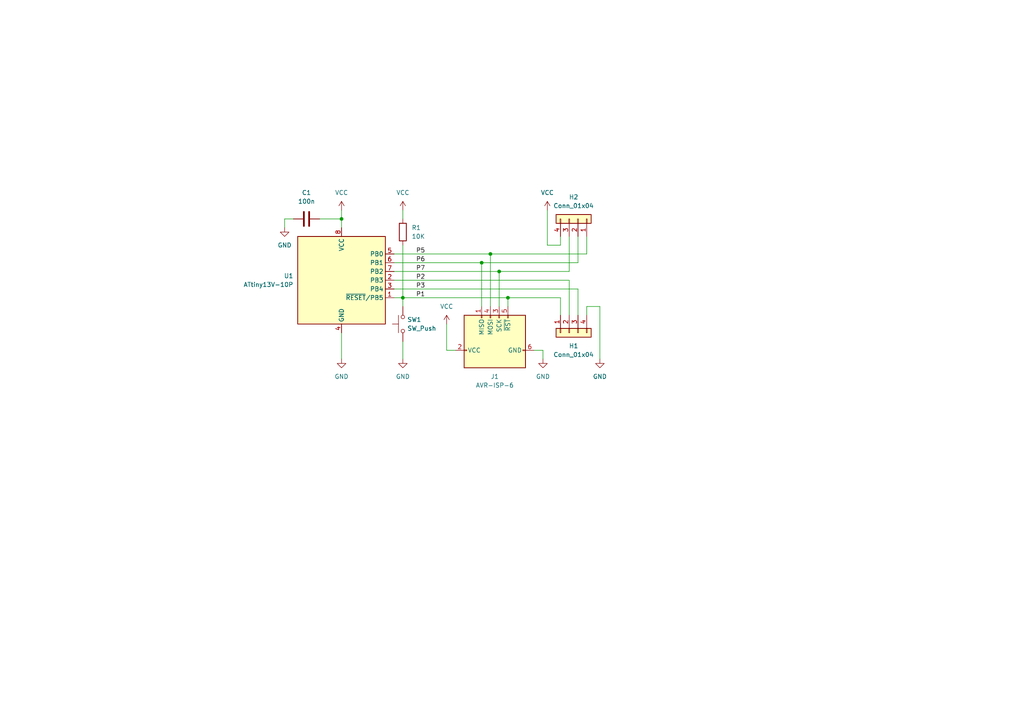
<source format=kicad_sch>
(kicad_sch (version 20211123) (generator eeschema)
  (paper "A4")
  (title_block (title "ATTiny QuickDev adapter") (date "2024-10-12") (rev "0.2") (company "Yavook!de"))
  (lib_symbols
    (symbol "Connector:AVR-ISP-6" (pin_names (offset 1.016))
      (property "Reference" "J" (at -6.35 11.43 0))
      (property "Value" "AVR-ISP-6" (at 0 11.43 0))
      (symbol "AVR-ISP-6_0_1"
        (rectangle (start -2.667 -6.858) (end -2.413 -7.62))
        (rectangle (start -2.667 10.16) (end -2.413 9.398))
        (rectangle (start 7.62 -2.413) (end 6.858 -2.667))
        (rectangle (start 7.62 0.127) (end 6.858 -0.127))
        (rectangle (start 7.62 2.667) (end 6.858 2.413))
        (rectangle (start 7.62 5.207) (end 6.858 4.953))
        (rectangle (start 7.62 10.16) (end -7.62 -7.62) (stroke (width 0.254)) (fill (type background)))
      )
      (symbol "AVR-ISP-6_1_1"
        (pin passive line (at 10.16 5.08 180) (length 2.54) (name "MISO") (number "1"))
        (pin passive line (at -2.54 12.7 270) (length 2.54) (name "VCC") (number "2"))
        (pin passive line (at 10.16 0 180) (length 2.54) (name "SCK") (number "3"))
        (pin passive line (at 10.16 2.54 180) (length 2.54) (name "MOSI") (number "4"))
        (pin passive line (at 10.16 -2.54 180) (length 2.54) (name "~{RST}") (number "5"))
        (pin passive line (at -2.54 -10.16 90) (length 2.54) (name "GND") (number "6"))
      )
    )
    (symbol "Connector_Generic:Conn_01x04" (pin_names (offset 1.016) hide)
      (property "Reference" "J" (at 0 5.08 0))
      (property "Value" "Conn_01x04" (at 0 -7.62 0))
      (symbol "Conn_01x04_1_1"
        (rectangle (start -1.27 -4.953) (end 0 -5.207) (stroke (width 0.1524)))
        (rectangle (start -1.27 -2.413) (end 0 -2.667) (stroke (width 0.1524)))
        (rectangle (start -1.27 0.127) (end 0 -0.127) (stroke (width 0.1524)))
        (rectangle (start -1.27 2.667) (end 0 2.413) (stroke (width 0.1524)))
        (rectangle (start -1.27 3.81) (end 1.27 -6.35) (stroke (width 0.254)) (fill (type background)))
        (pin passive line (at -5.08 2.54 0) (length 3.81) (name "Pin_1") (number "1"))
        (pin passive line (at -5.08 0 0) (length 3.81) (name "Pin_2") (number "2"))
        (pin passive line (at -5.08 -2.54 0) (length 3.81) (name "Pin_3") (number "3"))
        (pin passive line (at -5.08 -5.08 0) (length 3.81) (name "Pin_4") (number "4"))
      )
    )
    (symbol "Device:C" (pin_numbers hide) (pin_names (offset 0.254))
      (property "Reference" "C" (at 0.635 2.54 0))
      (property "Value" "C" (at 0.635 -2.54 0))
      (symbol "C_0_1"
        (polyline (pts (xy -2.032 -0.762) (xy 2.032 -0.762)) (stroke (width 0.508)))
        (polyline (pts (xy -2.032 0.762) (xy 2.032 0.762)) (stroke (width 0.508)))
      )
      (symbol "C_1_1"
        (pin passive line (at 0 3.81 270) (length 2.794) (name "~") (number "1"))
        (pin passive line (at 0 -3.81 90) (length 2.794) (name "~") (number "2"))
      )
    )
    (symbol "Device:R" (pin_numbers hide) (pin_names (offset 0))
      (property "Reference" "R" (at 2.032 0 90))
      (property "Value" "R" (at 0 0 90))
      (symbol "R_0_1"
        (rectangle (start -1.016 -2.54) (end 1.016 2.54) (stroke (width 0.254)))
      )
      (symbol "R_1_1"
        (pin passive line (at 0 3.81 270) (length 1.27) (name "~") (number "1"))
        (pin passive line (at 0 -3.81 90) (length 1.27) (name "~") (number "2"))
      )
    )
    (symbol "MCU_Microchip_ATtiny:ATtiny13V-10P"
      (property "Reference" "U" (at -12.7 13.97 0))
      (property "Value" "ATtiny13V-10P" (at 2.54 -13.97 0))
      (symbol "ATtiny13V-10P_0_1"
        (rectangle (start -12.7 -12.7) (end 12.7 12.7) (stroke (width 0.254)) (fill (type background)))
      )
      (symbol "ATtiny13V-10P_1_1"
        (pin bidirectional line (at 15.24 -5.08 180) (length 2.54) (name "~{RESET}/PB5") (number "1"))
        (pin bidirectional line (at 15.24 0 180) (length 2.54) (name "PB3") (number "2"))
        (pin bidirectional line (at 15.24 -2.54 180) (length 2.54) (name "PB4") (number "3"))
        (pin power_in line (at 0 -15.24 90) (length 2.54) (name "GND") (number "4"))
        (pin bidirectional line (at 15.24 7.62 180) (length 2.54) (name "PB0") (number "5"))
        (pin bidirectional line (at 15.24 5.08 180) (length 2.54) (name "PB1") (number "6"))
        (pin bidirectional line (at 15.24 2.54 180) (length 2.54) (name "PB2") (number "7"))
        (pin power_in line (at 0 15.24 270) (length 2.54) (name "VCC") (number "8"))
      )
    )
    (symbol "Switch:SW_Push" (pin_numbers hide) (pin_names (offset 1.016) hide)
      (property "Reference" "SW" (at 1.27 2.54 0))
      (property "Value" "SW_Push" (at 0 -1.524 0))
      (symbol "SW_Push_0_1"
        (circle (center -2.032 0) (radius 0.508))
        (polyline (pts (xy 0 1.27) (xy 0 3.048)))
        (polyline (pts (xy 2.54 1.27) (xy -2.54 1.27)))
        (circle (center 2.032 0) (radius 0.508))
        (pin passive line (at -5.08 0 0) (length 2.54) (name "1") (number "1"))
        (pin passive line (at 5.08 0 180) (length 2.54) (name "2") (number "2"))
      )
    )
    (symbol "power:GND" (power) (pin_names (offset 0))
      (property "Value" "GND" (at 0 -3.81 0))
      (symbol "GND_0_1"
        (polyline (pts (xy 0 0) (xy 0 -1.27) (xy 1.27 -1.27) (xy 0 -2.54) (xy -1.27 -1.27) (xy 0 -1.27)))
      )
      (symbol "GND_1_1"
        (pin power_in line (at 0 0 270) (length 0) hide (name "GND") (number "1"))
      )
    )
    (symbol "power:VCC" (power) (pin_names (offset 0))
      (property "Value" "VCC" (at 0 3.81 0))
      (symbol "VCC_0_1"
        (polyline (pts (xy -0.762 1.27) (xy 0 2.54)))
        (polyline (pts (xy 0 0) (xy 0 2.54)))
        (polyline (pts (xy 0 2.54) (xy 0.762 1.27)))
      )
      (symbol "VCC_1_1"
        (pin power_in line (at 0 0 90) (length 0) hide (name "VCC") (number "1"))
      )
    )
  )
  (junction (at 142.24 73.66))
  (junction (at 139.7 76.2))
  (junction (at 144.78 78.74))
  (junction (at 147.32 86.36))
  (junction (at 99.06 63.5))
  (junction (at 116.84 86.36))
  (wire (pts (xy 116.84 99.06) (xy 116.84 104.14)))
  (wire (pts (xy 170.18 88.9) (xy 173.99 88.9)))
  (wire (pts (xy 167.64 68.58) (xy 167.64 76.2)))
  (wire (pts (xy 142.24 73.66) (xy 142.24 88.9)))
  (wire (pts (xy 170.18 73.66) (xy 142.24 73.66)))
  (wire (pts (xy 92.71 63.5) (xy 99.06 63.5)))
  (wire (pts (xy 139.7 76.2) (xy 139.7 88.9)))
  (wire (pts (xy 162.56 68.58) (xy 162.56 71.12)))
  (wire (pts (xy 99.06 63.5) (xy 99.06 66.04)))
  (wire (pts (xy 114.3 81.28) (xy 165.1 81.28)))
  (wire (pts (xy 147.32 86.36) (xy 162.56 86.36)))
  (wire (pts (xy 116.84 60.96) (xy 116.84 63.5)))
  (wire (pts (xy 99.06 96.52) (xy 99.06 104.14)))
  (wire (pts (xy 114.3 78.74) (xy 144.78 78.74)))
  (wire (pts (xy 165.1 81.28) (xy 165.1 91.44)))
  (wire (pts (xy 165.1 78.74) (xy 144.78 78.74)))
  (wire (pts (xy 116.84 86.36) (xy 147.32 86.36)))
  (wire (pts (xy 82.55 63.5) (xy 82.55 66.04)))
  (wire (pts (xy 129.54 101.6) (xy 132.08 101.6)))
  (wire (pts (xy 114.3 73.66) (xy 142.24 73.66)))
  (wire (pts (xy 129.54 93.98) (xy 129.54 101.6)))
  (wire (pts (xy 173.99 88.9) (xy 173.99 104.14)))
  (wire (pts (xy 114.3 86.36) (xy 116.84 86.36)))
  (wire (pts (xy 85.09 63.5) (xy 82.55 63.5)))
  (wire (pts (xy 170.18 91.44) (xy 170.18 88.9)))
  (wire (pts (xy 170.18 68.58) (xy 170.18 73.66)))
  (wire (pts (xy 167.64 83.82) (xy 167.64 91.44)))
  (wire (pts (xy 147.32 88.9) (xy 147.32 86.36)))
  (wire (pts (xy 99.06 60.96) (xy 99.06 63.5)))
  (wire (pts (xy 165.1 68.58) (xy 165.1 78.74)))
  (wire (pts (xy 157.48 101.6) (xy 157.48 104.14)))
  (wire (pts (xy 114.3 76.2) (xy 139.7 76.2)))
  (wire (pts (xy 162.56 86.36) (xy 162.56 91.44)))
  (wire (pts (xy 114.3 83.82) (xy 167.64 83.82)))
  (wire (pts (xy 167.64 76.2) (xy 139.7 76.2)))
  (wire (pts (xy 162.56 71.12) (xy 158.75 71.12)))
  (wire (pts (xy 116.84 71.12) (xy 116.84 86.36)))
  (wire (pts (xy 116.84 86.36) (xy 116.84 88.9)))
  (wire (pts (xy 154.94 101.6) (xy 157.48 101.6)))
  (wire (pts (xy 158.75 71.12) (xy 158.75 60.96)))
  (wire (pts (xy 144.78 78.74) (xy 144.78 88.9)))
  (label "P1" (at 120.65 86.36 0))
  (label "P7" (at 120.65 78.74 0))
  (label "P3" (at 120.65 83.82 0))
  (label "P6" (at 120.65 76.2 0))
  (label "P2" (at 120.65 81.28 0))
  (label "P5" (at 120.65 73.66 0))
  (symbol (lib_id "Switch:SW_Push") (at 116.84 93.98 90) (mirror x) (unit 1)
    (property "Reference" "SW1" (at 118.11 92.7099 90) (effects (justify right)))
    (property "Value" "SW_Push" (at 118.11 95.2499 90) (effects (justify right)))
    (property "Footprint" "Button_Switch_THT:SW_PUSH_6mm" (effects hide))
  )
  (symbol (lib_id "power:GND") (at 173.99 104.14 0) (unit 1)
    (property "Reference" "#PWR0103" (effects hide))
    (property "Value" "GND" (at 173.99 109.22 0))
  )
  (symbol (lib_id "power:VCC") (at 158.75 60.96 0) (unit 1)
    (property "Reference" "#PWR0102" (effects hide))
    (property "Value" "VCC" (at 158.75 55.88 0))
  )
  (symbol (lib_id "power:VCC") (at 129.54 93.98 0) (unit 1)
    (property "Reference" "#PWR0101" (effects hide))
    (property "Value" "VCC" (at 129.54 88.9 0))
  )
  (symbol (lib_id "power:VCC") (at 116.84 60.96 0) (unit 1)
    (property "Reference" "#PWR04" (effects hide))
    (property "Value" "VCC" (at 116.84 55.88 0))
  )
  (symbol (lib_id "Device:R") (at 116.84 67.31 180) (unit 1)
    (property "Reference" "R1" (at 119.38 66.0399 0) (effects (justify right)))
    (property "Value" "10K" (at 119.38 68.5799 0) (effects (justify right)))
    (property "Footprint" "Resistor_THT:R_Axial_DIN0207_L6.3mm_D2.5mm_P2.54mm_Vertical" (effects hide))
  )
  (symbol (lib_id "power:GND") (at 99.06 104.14 0) (unit 1)
    (property "Reference" "#PWR03" (effects hide))
    (property "Value" "GND" (at 99.06 109.22 0))
  )
  (symbol (lib_id "Connector_Generic:Conn_01x04") (at 165.1 96.52 90) (mirror x) (unit 1)
    (property "Reference" "H1" (at 166.37 100.33 90))
    (property "Value" "Conn_01x04" (at 166.37 102.87 90))
    (property "Footprint" "Connector_PinHeader_2.54mm:PinHeader_1x04_P2.54mm_Vertical" (effects hide))
  )
  (symbol (lib_id "Connector_Generic:Conn_01x04") (at 167.64 63.5 270) (mirror x) (unit 1)
    (property "Reference" "H2" (at 166.37 57.15 90))
    (property "Value" "Conn_01x04" (at 166.37 59.69 90))
    (property "Footprint" "Connector_PinHeader_2.54mm:PinHeader_1x04_P2.54mm_Vertical" (effects hide))
  )
  (symbol (lib_id "Connector:AVR-ISP-6") (at 144.78 99.06 90) (unit 1)
    (property "Reference" "J1" (at 143.51 109.22 90))
    (property "Value" "AVR-ISP-6" (at 143.51 111.76 90))
    (property "Footprint" "Connector_IDC:IDC-Header_2x03_P2.54mm_Vertical" (effects hide))
    (property "Datasheet" " ~" (effects hide))
  )
  (symbol (lib_id "power:GND") (at 116.84 104.14 0) (unit 1)
    (property "Reference" "#PWR05" (effects hide))
    (property "Value" "GND" (at 116.84 109.22 0))
  )
  (symbol (lib_id "power:GND") (at 157.48 104.14 0) (unit 1)
    (property "Reference" "#PWR07" (effects hide))
    (property "Value" "GND" (at 157.48 109.22 0))
  )
  (symbol (lib_id "power:GND") (at 82.55 66.04 0) (unit 1)
    (property "Reference" "#PWR01" (effects hide))
    (property "Value" "GND" (at 82.55 71.12 0))
  )
  (symbol (lib_id "power:VCC") (at 99.06 60.96 0) (unit 1)
    (property "Reference" "#PWR02" (effects hide))
    (property "Value" "VCC" (at 99.06 55.88 0))
  )
  (symbol (lib_id "MCU_Microchip_ATtiny:ATtiny13V-10P") (at 99.06 81.28 0) (unit 1)
    (property "Reference" "U1" (at 85.09 80.0099 0) (effects (justify right)))
    (property "Value" "ATtiny13V-10P" (at 85.09 82.5499 0) (effects (justify right)))
    (property "Footprint" "Package_DIP:DIP-8_W7.62mm_Socket_LongPads" (effects hide))
    (property "Datasheet" "http://ww1.microchip.com/downloads/en/DeviceDoc/doc2535.pdf" (effects hide))
  )
  (symbol (lib_id "Device:C") (at 88.9 63.5 270) (unit 1)
    (property "Reference" "C1" (at 88.9 55.88 90))
    (property "Value" "100n" (at 88.9 58.42 90))
    (property "Footprint" "Capacitor_THT:C_Disc_D3.4mm_W2.1mm_P2.50mm" (effects hide))
  )
)
</source>
